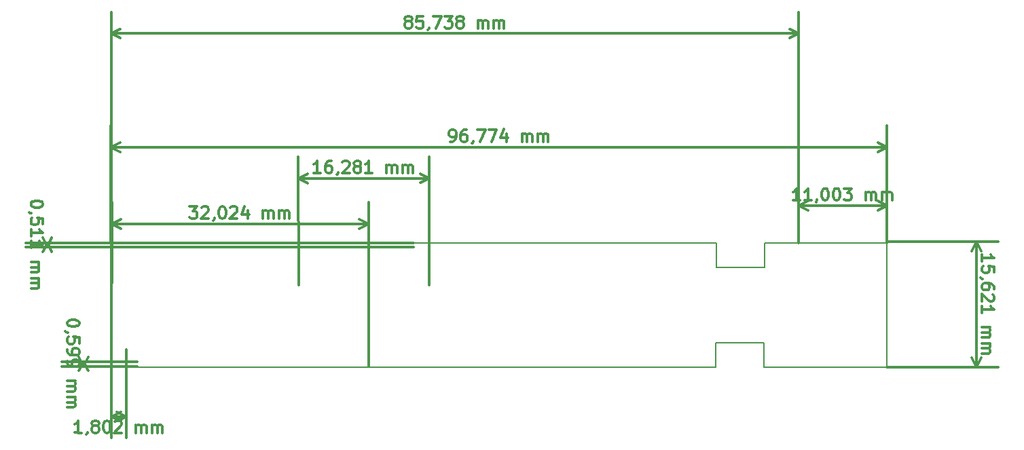
<source format=gbr>
G04 #@! TF.FileFunction,Drawing*
%FSLAX46Y46*%
G04 Gerber Fmt 4.6, Leading zero omitted, Abs format (unit mm)*
G04 Created by KiCad (PCBNEW 4.0.2+dfsg1-stable) date mer 10 ott 2018 09:07:00 CEST*
%MOMM*%
G01*
G04 APERTURE LIST*
%ADD10C,0.100000*%
%ADD11C,0.300000*%
%ADD12C,0.200000*%
G04 APERTURE END LIST*
D10*
D11*
X135255321Y-72314295D02*
X135112461Y-72242870D01*
X135041030Y-72171443D01*
X134969597Y-72028588D01*
X134969595Y-71957160D01*
X135041020Y-71814301D01*
X135112446Y-71742870D01*
X135255302Y-71671437D01*
X135541016Y-71671428D01*
X135683875Y-71742853D01*
X135755306Y-71814280D01*
X135826738Y-71957135D01*
X135826740Y-72028563D01*
X135755316Y-72171422D01*
X135683890Y-72242853D01*
X135541035Y-72314286D01*
X135255321Y-72314295D01*
X135112465Y-72385727D01*
X135041039Y-72457158D01*
X134969614Y-72600017D01*
X134969623Y-72885731D01*
X135041056Y-73028586D01*
X135112486Y-73100013D01*
X135255346Y-73171437D01*
X135541060Y-73171428D01*
X135683915Y-73099996D01*
X135755342Y-73028565D01*
X135826766Y-72885706D01*
X135826757Y-72599992D01*
X135755325Y-72457137D01*
X135683894Y-72385710D01*
X135541035Y-72314286D01*
X137183873Y-71671380D02*
X136469587Y-71671401D01*
X136398179Y-72385689D01*
X136469606Y-72314259D01*
X136612461Y-72242825D01*
X136969604Y-72242815D01*
X137112463Y-72314240D01*
X137183894Y-72385666D01*
X137255326Y-72528520D01*
X137255337Y-72885663D01*
X137183913Y-73028523D01*
X137112486Y-73099954D01*
X136969631Y-73171386D01*
X136612488Y-73171396D01*
X136469629Y-73099973D01*
X136398198Y-73028546D01*
X137969628Y-73099928D02*
X137969630Y-73171356D01*
X137898206Y-73314216D01*
X137826779Y-73385646D01*
X138469587Y-71671341D02*
X139469587Y-71671312D01*
X138826774Y-73171331D01*
X139898158Y-71671299D02*
X140826729Y-71671272D01*
X140326746Y-72242715D01*
X140541032Y-72242709D01*
X140683891Y-72314134D01*
X140755322Y-72385560D01*
X140826754Y-72528415D01*
X140826765Y-72885558D01*
X140755341Y-73028417D01*
X140683914Y-73099848D01*
X140541059Y-73171280D01*
X140112487Y-73171293D01*
X139969628Y-73099869D01*
X139898198Y-73028442D01*
X141683891Y-72314104D02*
X141541031Y-72242679D01*
X141469600Y-72171253D01*
X141398167Y-72028398D01*
X141398165Y-71956970D01*
X141469590Y-71814111D01*
X141541016Y-71742679D01*
X141683872Y-71671246D01*
X141969586Y-71671238D01*
X142112445Y-71742662D01*
X142183876Y-71814089D01*
X142255308Y-71956944D01*
X142255310Y-72028372D01*
X142183886Y-72171231D01*
X142112460Y-72242662D01*
X141969605Y-72314096D01*
X141683891Y-72314104D01*
X141541035Y-72385536D01*
X141469609Y-72456968D01*
X141398184Y-72599827D01*
X141398193Y-72885541D01*
X141469626Y-73028396D01*
X141541056Y-73099822D01*
X141683916Y-73171246D01*
X141969630Y-73171238D01*
X142112485Y-73099805D01*
X142183912Y-73028374D01*
X142255336Y-72885515D01*
X142255327Y-72599801D01*
X142183895Y-72456946D01*
X142112464Y-72385519D01*
X141969605Y-72314096D01*
X144041058Y-73171176D02*
X144041028Y-72171176D01*
X144041033Y-72314034D02*
X144112459Y-72242603D01*
X144255314Y-72171170D01*
X144469599Y-72171164D01*
X144612459Y-72242588D01*
X144683892Y-72385443D01*
X144683915Y-73171157D01*
X144683892Y-72385443D02*
X144755317Y-72242584D01*
X144898171Y-72171151D01*
X145112456Y-72171145D01*
X145255317Y-72242569D01*
X145326749Y-72385424D01*
X145326772Y-73171138D01*
X146041058Y-73171117D02*
X146041028Y-72171117D01*
X146041033Y-72313975D02*
X146112459Y-72242544D01*
X146255314Y-72171111D01*
X146469599Y-72171104D01*
X146612459Y-72242529D01*
X146683892Y-72385384D01*
X146683915Y-73171098D01*
X146683892Y-72385384D02*
X146755317Y-72242525D01*
X146898171Y-72171092D01*
X147112456Y-72171085D01*
X147255317Y-72242510D01*
X147326749Y-72385365D01*
X147326772Y-73171079D01*
X98315006Y-73843960D02*
X184052706Y-73841420D01*
X98315780Y-99974400D02*
X98315086Y-71143960D01*
X184053480Y-99971860D02*
X184052786Y-71141420D01*
X184052706Y-73841420D02*
X182926220Y-74427874D01*
X184052706Y-73841420D02*
X182926185Y-73255033D01*
X98315006Y-73843960D02*
X99441527Y-74430347D01*
X98315006Y-73843960D02*
X99441492Y-73257506D01*
D12*
X173690280Y-115443000D02*
X98295460Y-115443000D01*
X195072000Y-115443000D02*
X179682660Y-115443000D01*
X179682660Y-112410240D02*
X179682660Y-115443000D01*
X173692820Y-112410240D02*
X179682660Y-112410240D01*
X173692820Y-112410240D02*
X173692820Y-115437920D01*
X173776640Y-99949000D02*
X98298000Y-99949000D01*
X195072000Y-99949000D02*
X179778660Y-99949000D01*
X179778660Y-99949000D02*
X179778660Y-103047800D01*
X173776640Y-103047800D02*
X179778660Y-103047800D01*
X173776640Y-99949000D02*
X173776640Y-103047800D01*
D11*
X184205697Y-94660104D02*
X183348554Y-94660500D01*
X183777126Y-94660302D02*
X183776433Y-93160302D01*
X183633675Y-93374654D01*
X183490883Y-93517577D01*
X183348059Y-93589072D01*
X185634268Y-94659445D02*
X184777125Y-94659840D01*
X185205697Y-94659643D02*
X185205004Y-93159643D01*
X185062246Y-93373995D01*
X184919454Y-93516918D01*
X184776630Y-93588413D01*
X186348520Y-94587687D02*
X186348553Y-94659115D01*
X186277191Y-94802006D01*
X186205795Y-94873467D01*
X187276432Y-93158686D02*
X187419289Y-93158620D01*
X187562179Y-93229983D01*
X187633641Y-93301379D01*
X187705136Y-93444203D01*
X187776696Y-93729884D01*
X187776861Y-94087027D01*
X187705565Y-94372774D01*
X187634202Y-94515664D01*
X187562806Y-94587126D01*
X187419982Y-94658620D01*
X187277125Y-94658686D01*
X187134235Y-94587324D01*
X187062773Y-94515928D01*
X186991279Y-94373104D01*
X186919718Y-94087423D01*
X186919553Y-93730280D01*
X186990850Y-93444533D01*
X187062212Y-93301643D01*
X187133608Y-93230181D01*
X187276432Y-93158686D01*
X188705003Y-93158027D02*
X188847860Y-93157961D01*
X188990750Y-93229324D01*
X189062212Y-93300720D01*
X189133707Y-93443544D01*
X189205267Y-93729225D01*
X189205432Y-94086368D01*
X189134135Y-94372115D01*
X189062772Y-94515005D01*
X188991376Y-94586467D01*
X188848552Y-94657961D01*
X188705695Y-94658027D01*
X188562805Y-94586665D01*
X188491343Y-94515269D01*
X188419849Y-94372445D01*
X188348289Y-94086764D01*
X188348124Y-93729621D01*
X188419421Y-93443874D01*
X188490783Y-93300984D01*
X188562179Y-93229522D01*
X188705003Y-93158027D01*
X189705003Y-93157565D02*
X190633574Y-93157136D01*
X190133838Y-93728796D01*
X190348123Y-93728697D01*
X190491013Y-93800060D01*
X190562475Y-93871455D01*
X190633969Y-94014279D01*
X190634134Y-94371422D01*
X190562772Y-94514312D01*
X190491376Y-94585774D01*
X190348552Y-94657268D01*
X189919980Y-94657466D01*
X189777090Y-94586104D01*
X189705629Y-94514708D01*
X192419980Y-94656312D02*
X192419518Y-93656312D01*
X192419584Y-93799170D02*
X192490979Y-93727708D01*
X192633804Y-93656213D01*
X192848089Y-93656114D01*
X192990979Y-93727477D01*
X193062474Y-93870301D01*
X193062837Y-94656015D01*
X193062474Y-93870301D02*
X193133837Y-93727411D01*
X193276661Y-93655916D01*
X193490946Y-93655817D01*
X193633837Y-93727180D01*
X193705331Y-93870004D01*
X193705694Y-94655718D01*
X194419980Y-94655388D02*
X194419518Y-93655389D01*
X194419584Y-93798247D02*
X194490979Y-93726785D01*
X194633804Y-93655290D01*
X194848089Y-93655191D01*
X194990979Y-93726554D01*
X195062474Y-93869378D01*
X195062837Y-94655092D01*
X195062474Y-93869378D02*
X195133837Y-93726488D01*
X195276661Y-93654993D01*
X195490946Y-93654894D01*
X195633837Y-93726257D01*
X195705331Y-93869081D01*
X195705694Y-94654795D01*
X195064789Y-95326520D02*
X184061509Y-95331600D01*
X195066920Y-99941380D02*
X195063542Y-92626520D01*
X184063640Y-99946460D02*
X184060262Y-92631600D01*
X184061509Y-95331600D02*
X185187742Y-94744659D01*
X184061509Y-95331600D02*
X185188283Y-95917501D01*
X195064789Y-95326520D02*
X193938015Y-94740619D01*
X195064789Y-95326520D02*
X193938556Y-95913461D01*
X108126959Y-95433239D02*
X109055530Y-95433755D01*
X108555213Y-96004906D01*
X108769499Y-96005025D01*
X108912316Y-96076533D01*
X108983705Y-96148001D01*
X109055054Y-96290898D01*
X109054856Y-96648041D01*
X108983348Y-96790858D01*
X108911880Y-96862247D01*
X108768983Y-96933596D01*
X108340411Y-96933358D01*
X108197594Y-96861851D01*
X108126206Y-96790382D01*
X109626878Y-95576930D02*
X109698347Y-95505541D01*
X109841244Y-95434191D01*
X110198387Y-95434389D01*
X110341204Y-95505898D01*
X110412593Y-95577366D01*
X110483942Y-95720263D01*
X110483863Y-95863120D01*
X110412316Y-96077366D01*
X109554697Y-96934032D01*
X110483268Y-96934548D01*
X111197592Y-96863516D02*
X111197553Y-96934944D01*
X111126045Y-97077763D01*
X111054577Y-97149151D01*
X112126957Y-95435460D02*
X112269814Y-95435539D01*
X112412632Y-95507048D01*
X112484021Y-95578516D01*
X112555371Y-95721413D01*
X112626640Y-96007167D01*
X112626442Y-96364310D01*
X112554855Y-96649984D01*
X112483347Y-96792801D01*
X112411878Y-96864191D01*
X112268982Y-96935539D01*
X112126125Y-96935460D01*
X111983307Y-96863953D01*
X111911918Y-96792484D01*
X111840569Y-96649587D01*
X111769299Y-96363834D01*
X111769497Y-96006691D01*
X111841085Y-95721016D01*
X111912592Y-95578199D01*
X111984061Y-95506810D01*
X112126957Y-95435460D01*
X113198306Y-95578913D02*
X113269775Y-95507524D01*
X113412671Y-95436174D01*
X113769814Y-95436372D01*
X113912631Y-95507881D01*
X113984021Y-95579349D01*
X114055369Y-95722246D01*
X114055290Y-95865103D01*
X113983743Y-96079349D01*
X113126124Y-96936015D01*
X114054695Y-96936531D01*
X115340964Y-95937245D02*
X115340409Y-96937244D01*
X114984139Y-95365618D02*
X114626401Y-96436848D01*
X115554973Y-96437363D01*
X117268980Y-96938315D02*
X117269535Y-95938315D01*
X117269456Y-96081173D02*
X117340923Y-96009784D01*
X117483821Y-95938434D01*
X117698106Y-95938553D01*
X117840923Y-96010062D01*
X117912273Y-96152958D01*
X117911837Y-96938672D01*
X117912273Y-96152958D02*
X117983781Y-96010141D01*
X118126678Y-95938791D01*
X118340963Y-95938910D01*
X118483781Y-96010419D01*
X118555130Y-96153315D01*
X118554694Y-96939029D01*
X119268980Y-96939426D02*
X119269535Y-95939426D01*
X119269455Y-96082284D02*
X119340923Y-96010894D01*
X119483821Y-95939545D01*
X119698106Y-95939664D01*
X119840923Y-96011172D01*
X119912273Y-96154069D01*
X119911836Y-96939783D01*
X119912273Y-96154069D02*
X119983781Y-96011251D01*
X120126678Y-95939902D01*
X120340963Y-95940021D01*
X120483781Y-96011529D01*
X120555130Y-96154426D01*
X120554693Y-96940139D01*
X98399306Y-97599268D02*
X130423626Y-97617048D01*
X98389440Y-115369340D02*
X98400805Y-94899268D01*
X130413760Y-115387120D02*
X130425125Y-94917048D01*
X130423626Y-97617048D02*
X129296797Y-98202843D01*
X130423626Y-97617048D02*
X129297448Y-97030002D01*
X98399306Y-97599268D02*
X99525484Y-98186314D01*
X98399306Y-97599268D02*
X99526135Y-97013473D01*
X89831066Y-95058874D02*
X89831066Y-95201731D01*
X89759637Y-95344588D01*
X89688208Y-95416017D01*
X89545351Y-95487446D01*
X89259637Y-95558874D01*
X88902494Y-95558874D01*
X88616780Y-95487446D01*
X88473923Y-95416017D01*
X88402494Y-95344588D01*
X88331066Y-95201731D01*
X88331066Y-95058874D01*
X88402494Y-94916017D01*
X88473923Y-94844588D01*
X88616780Y-94773160D01*
X88902494Y-94701731D01*
X89259637Y-94701731D01*
X89545351Y-94773160D01*
X89688208Y-94844588D01*
X89759637Y-94916017D01*
X89831066Y-95058874D01*
X88402494Y-96273159D02*
X88331066Y-96273159D01*
X88188208Y-96201731D01*
X88116780Y-96130302D01*
X89831066Y-97630303D02*
X89831066Y-96916017D01*
X89116780Y-96844588D01*
X89188208Y-96916017D01*
X89259637Y-97058874D01*
X89259637Y-97416017D01*
X89188208Y-97558874D01*
X89116780Y-97630303D01*
X88973923Y-97701731D01*
X88616780Y-97701731D01*
X88473923Y-97630303D01*
X88402494Y-97558874D01*
X88331066Y-97416017D01*
X88331066Y-97058874D01*
X88402494Y-96916017D01*
X88473923Y-96844588D01*
X88331066Y-99130302D02*
X88331066Y-98273159D01*
X88331066Y-98701731D02*
X89831066Y-98701731D01*
X89616780Y-98558874D01*
X89473923Y-98416016D01*
X89402494Y-98273159D01*
X88331066Y-100558873D02*
X88331066Y-99701730D01*
X88331066Y-100130302D02*
X89831066Y-100130302D01*
X89616780Y-99987445D01*
X89473923Y-99844587D01*
X89402494Y-99701730D01*
X88331066Y-102344587D02*
X89331066Y-102344587D01*
X89188208Y-102344587D02*
X89259637Y-102416015D01*
X89331066Y-102558873D01*
X89331066Y-102773158D01*
X89259637Y-102916015D01*
X89116780Y-102987444D01*
X88331066Y-102987444D01*
X89116780Y-102987444D02*
X89259637Y-103058873D01*
X89331066Y-103201730D01*
X89331066Y-103416015D01*
X89259637Y-103558873D01*
X89116780Y-103630301D01*
X88331066Y-103630301D01*
X88331066Y-104344587D02*
X89331066Y-104344587D01*
X89188208Y-104344587D02*
X89259637Y-104416015D01*
X89331066Y-104558873D01*
X89331066Y-104773158D01*
X89259637Y-104916015D01*
X89116780Y-104987444D01*
X88331066Y-104987444D01*
X89116780Y-104987444D02*
X89259637Y-105058873D01*
X89331066Y-105201730D01*
X89331066Y-105416015D01*
X89259637Y-105558873D01*
X89116780Y-105630301D01*
X88331066Y-105630301D01*
X90359637Y-99946460D02*
X90359637Y-100457000D01*
X136055100Y-99946460D02*
X87659637Y-99946460D01*
X136055100Y-100457000D02*
X87659637Y-100457000D01*
X90359637Y-100457000D02*
X89773216Y-99330496D01*
X90359637Y-100457000D02*
X90946058Y-99330496D01*
X90359637Y-99946460D02*
X89773216Y-101072964D01*
X90359637Y-99946460D02*
X90946058Y-101072964D01*
X124465866Y-91234788D02*
X123608724Y-91236125D01*
X124037296Y-91235456D02*
X124034956Y-89735458D01*
X123892433Y-89949967D01*
X123749798Y-90093046D01*
X123607053Y-90164698D01*
X125749238Y-89732784D02*
X125463525Y-89733229D01*
X125320779Y-89804881D01*
X125249462Y-89876422D01*
X125106939Y-90090929D01*
X125035956Y-90376755D01*
X125036848Y-90948183D01*
X125108499Y-91090928D01*
X125180039Y-91162245D01*
X125323008Y-91233450D01*
X125608722Y-91233005D01*
X125751467Y-91161354D01*
X125822785Y-91089814D01*
X125893990Y-90946845D01*
X125893432Y-90589703D01*
X125821782Y-90446957D01*
X125750241Y-90375641D01*
X125607273Y-90304435D01*
X125321559Y-90304881D01*
X125178813Y-90376532D01*
X125107497Y-90448072D01*
X125036291Y-90591040D01*
X126608608Y-91160017D02*
X126608720Y-91231445D01*
X126537514Y-91374414D01*
X126466197Y-91445953D01*
X127178031Y-89873413D02*
X127249348Y-89801872D01*
X127392093Y-89730221D01*
X127749236Y-89729664D01*
X127892204Y-89800870D01*
X127963745Y-89872187D01*
X128035395Y-90014932D01*
X128035618Y-90157789D01*
X127964525Y-90372186D01*
X127108720Y-91230665D01*
X128037290Y-91229216D01*
X128893095Y-90370738D02*
X128750125Y-90299532D01*
X128678586Y-90228214D01*
X128606934Y-90085469D01*
X128606823Y-90014041D01*
X128678029Y-89871073D01*
X128749345Y-89799532D01*
X128892092Y-89727881D01*
X129177805Y-89727435D01*
X129320774Y-89798641D01*
X129392314Y-89869958D01*
X129463965Y-90012704D01*
X129464076Y-90084132D01*
X129392871Y-90227100D01*
X129321554Y-90298640D01*
X129178808Y-90370292D01*
X128893095Y-90370738D01*
X128750348Y-90442389D01*
X128679032Y-90513929D01*
X128607826Y-90656897D01*
X128608271Y-90942611D01*
X128679923Y-91085356D01*
X128751462Y-91156674D01*
X128894432Y-91227879D01*
X129180145Y-91227433D01*
X129322891Y-91155782D01*
X129394208Y-91084242D01*
X129465413Y-90941274D01*
X129464968Y-90655560D01*
X129393317Y-90512815D01*
X129321776Y-90441497D01*
X129178808Y-90370292D01*
X130894428Y-91224759D02*
X130037286Y-91226096D01*
X130465858Y-91225427D02*
X130463518Y-89725429D01*
X130320995Y-89939938D01*
X130178360Y-90083017D01*
X130035615Y-90154669D01*
X132680140Y-91221973D02*
X132678580Y-90221974D01*
X132678803Y-90364832D02*
X132750119Y-90293292D01*
X132892866Y-90221640D01*
X133107151Y-90221305D01*
X133250119Y-90292512D01*
X133321771Y-90435257D01*
X133322996Y-91220970D01*
X133321771Y-90435257D02*
X133392977Y-90292289D01*
X133535722Y-90220637D01*
X133750007Y-90220303D01*
X133892976Y-90291509D01*
X133964627Y-90434254D01*
X133965853Y-91219967D01*
X134680138Y-91218853D02*
X134678578Y-90218854D01*
X134678801Y-90361712D02*
X134750117Y-90290171D01*
X134892863Y-90218520D01*
X135107148Y-90218185D01*
X135250116Y-90289391D01*
X135321768Y-90432137D01*
X135322994Y-91217850D01*
X135321768Y-90432137D02*
X135392974Y-90289169D01*
X135535720Y-90217517D01*
X135750004Y-90217182D01*
X135892974Y-90288389D01*
X135964624Y-90431134D01*
X135965850Y-91216847D01*
X121683349Y-91910559D02*
X137964749Y-91885159D01*
X121704100Y-105211880D02*
X121679137Y-89210562D01*
X137985500Y-105186480D02*
X137960537Y-89185162D01*
X137964749Y-91885159D02*
X136839161Y-92473336D01*
X137964749Y-91885159D02*
X136837332Y-91300496D01*
X121683349Y-91910559D02*
X122810766Y-92495222D01*
X121683349Y-91910559D02*
X122808937Y-91322382D01*
X94653245Y-123631477D02*
X93796102Y-123631422D01*
X94224674Y-123631449D02*
X94224769Y-122131449D01*
X94081899Y-122345726D01*
X93939032Y-122488574D01*
X93796170Y-122559994D01*
X95367534Y-123560094D02*
X95367530Y-123631522D01*
X95296093Y-123774376D01*
X95224659Y-123845799D01*
X96224728Y-122774435D02*
X96081875Y-122702997D01*
X96010452Y-122631563D01*
X95939032Y-122488702D01*
X95939036Y-122417274D01*
X96010474Y-122274421D01*
X96081907Y-122202997D01*
X96224769Y-122131577D01*
X96510483Y-122131595D01*
X96653336Y-122203033D01*
X96724760Y-122274467D01*
X96796179Y-122417328D01*
X96796175Y-122488756D01*
X96724738Y-122631609D01*
X96653304Y-122703033D01*
X96510442Y-122774453D01*
X96224728Y-122774435D01*
X96081866Y-122845854D01*
X96010433Y-122917278D01*
X95938995Y-123060131D01*
X95938977Y-123345845D01*
X96010397Y-123488706D01*
X96081820Y-123560140D01*
X96224674Y-123631577D01*
X96510388Y-123631595D01*
X96653249Y-123560176D01*
X96724683Y-123488752D01*
X96796120Y-123345899D01*
X96796138Y-123060185D01*
X96724719Y-122917324D01*
X96653295Y-122845890D01*
X96510442Y-122774453D01*
X97724768Y-122131673D02*
X97867625Y-122131682D01*
X98010478Y-122203120D01*
X98081902Y-122274554D01*
X98153322Y-122417415D01*
X98224732Y-122703134D01*
X98224709Y-123060277D01*
X98153263Y-123345986D01*
X98081825Y-123488839D01*
X98010391Y-123560263D01*
X97867530Y-123631682D01*
X97724673Y-123631673D01*
X97581820Y-123560236D01*
X97510396Y-123488802D01*
X97438977Y-123345940D01*
X97367566Y-123060222D01*
X97367589Y-122703079D01*
X97439036Y-122417370D01*
X97510473Y-122274517D01*
X97581907Y-122203093D01*
X97724768Y-122131673D01*
X98796187Y-122274599D02*
X98867621Y-122203175D01*
X99010482Y-122131755D01*
X99367625Y-122131778D01*
X99510478Y-122203216D01*
X99581902Y-122274649D01*
X99653321Y-122417511D01*
X99653312Y-122560368D01*
X99581870Y-122774649D01*
X98724673Y-123631737D01*
X99653244Y-123631796D01*
X101438958Y-123631910D02*
X101439022Y-122631910D01*
X101439012Y-122774768D02*
X101510445Y-122703343D01*
X101653308Y-122631923D01*
X101867593Y-122631937D01*
X102010445Y-122703375D01*
X102081865Y-122846237D01*
X102081815Y-123631951D01*
X102081865Y-122846237D02*
X102153303Y-122703384D01*
X102296165Y-122631964D01*
X102510450Y-122631978D01*
X102653303Y-122703416D01*
X102724722Y-122846278D01*
X102724672Y-123631992D01*
X103438958Y-123632037D02*
X103439022Y-122632037D01*
X103439012Y-122774895D02*
X103510445Y-122703471D01*
X103653308Y-122632051D01*
X103867593Y-122632065D01*
X104010445Y-122703503D01*
X104081865Y-122846364D01*
X104081815Y-123632078D01*
X104081865Y-122846364D02*
X104153303Y-122703512D01*
X104296164Y-122632092D01*
X104510449Y-122632106D01*
X104653303Y-122703544D01*
X104724722Y-122846405D01*
X104724672Y-123632119D01*
X98395073Y-121603145D02*
X100197387Y-121603260D01*
X98395606Y-113253405D02*
X98394901Y-124303145D01*
X100197920Y-113253520D02*
X100197215Y-124303260D01*
X100197387Y-121603260D02*
X99070846Y-122189609D01*
X100197387Y-121603260D02*
X99070921Y-121016767D01*
X98395073Y-121603145D02*
X99521539Y-122189638D01*
X98395073Y-121603145D02*
X99521614Y-121016796D01*
X94351164Y-109899757D02*
X94351164Y-110042614D01*
X94279735Y-110185471D01*
X94208306Y-110256900D01*
X94065449Y-110328329D01*
X93779735Y-110399757D01*
X93422592Y-110399757D01*
X93136878Y-110328329D01*
X92994021Y-110256900D01*
X92922592Y-110185471D01*
X92851164Y-110042614D01*
X92851164Y-109899757D01*
X92922592Y-109756900D01*
X92994021Y-109685471D01*
X93136878Y-109614043D01*
X93422592Y-109542614D01*
X93779735Y-109542614D01*
X94065449Y-109614043D01*
X94208306Y-109685471D01*
X94279735Y-109756900D01*
X94351164Y-109899757D01*
X92922592Y-111114042D02*
X92851164Y-111114042D01*
X92708306Y-111042614D01*
X92636878Y-110971185D01*
X94351164Y-112471186D02*
X94351164Y-111756900D01*
X93636878Y-111685471D01*
X93708306Y-111756900D01*
X93779735Y-111899757D01*
X93779735Y-112256900D01*
X93708306Y-112399757D01*
X93636878Y-112471186D01*
X93494021Y-112542614D01*
X93136878Y-112542614D01*
X92994021Y-112471186D01*
X92922592Y-112399757D01*
X92851164Y-112256900D01*
X92851164Y-111899757D01*
X92922592Y-111756900D01*
X92994021Y-111685471D01*
X92851164Y-113256899D02*
X92851164Y-113542614D01*
X92922592Y-113685471D01*
X92994021Y-113756899D01*
X93208306Y-113899757D01*
X93494021Y-113971185D01*
X94065449Y-113971185D01*
X94208306Y-113899757D01*
X94279735Y-113828328D01*
X94351164Y-113685471D01*
X94351164Y-113399757D01*
X94279735Y-113256899D01*
X94208306Y-113185471D01*
X94065449Y-113114042D01*
X93708306Y-113114042D01*
X93565449Y-113185471D01*
X93494021Y-113256899D01*
X93422592Y-113399757D01*
X93422592Y-113685471D01*
X93494021Y-113828328D01*
X93565449Y-113899757D01*
X93708306Y-113971185D01*
X92851164Y-114685470D02*
X92851164Y-114971185D01*
X92922592Y-115114042D01*
X92994021Y-115185470D01*
X93208306Y-115328328D01*
X93494021Y-115399756D01*
X94065449Y-115399756D01*
X94208306Y-115328328D01*
X94279735Y-115256899D01*
X94351164Y-115114042D01*
X94351164Y-114828328D01*
X94279735Y-114685470D01*
X94208306Y-114614042D01*
X94065449Y-114542613D01*
X93708306Y-114542613D01*
X93565449Y-114614042D01*
X93494021Y-114685470D01*
X93422592Y-114828328D01*
X93422592Y-115114042D01*
X93494021Y-115256899D01*
X93565449Y-115328328D01*
X93708306Y-115399756D01*
X92851164Y-117185470D02*
X93851164Y-117185470D01*
X93708306Y-117185470D02*
X93779735Y-117256898D01*
X93851164Y-117399756D01*
X93851164Y-117614041D01*
X93779735Y-117756898D01*
X93636878Y-117828327D01*
X92851164Y-117828327D01*
X93636878Y-117828327D02*
X93779735Y-117899756D01*
X93851164Y-118042613D01*
X93851164Y-118256898D01*
X93779735Y-118399756D01*
X93636878Y-118471184D01*
X92851164Y-118471184D01*
X92851164Y-119185470D02*
X93851164Y-119185470D01*
X93708306Y-119185470D02*
X93779735Y-119256898D01*
X93851164Y-119399756D01*
X93851164Y-119614041D01*
X93779735Y-119756898D01*
X93636878Y-119828327D01*
X92851164Y-119828327D01*
X93636878Y-119828327D02*
X93779735Y-119899756D01*
X93851164Y-120042613D01*
X93851164Y-120256898D01*
X93779735Y-120399756D01*
X93636878Y-120471184D01*
X92851164Y-120471184D01*
X94879735Y-114742893D02*
X94879735Y-115342333D01*
X101614117Y-114742893D02*
X92179735Y-114742893D01*
X101614117Y-115342333D02*
X92179735Y-115342333D01*
X94879735Y-115342333D02*
X94293314Y-114215829D01*
X94879735Y-115342333D02*
X95466156Y-114215829D01*
X94879735Y-114742893D02*
X94293314Y-115869397D01*
X94879735Y-114742893D02*
X95466156Y-115869397D01*
X206919059Y-102275358D02*
X206919059Y-101418215D01*
X206919059Y-101846787D02*
X208419059Y-101846787D01*
X208204773Y-101703930D01*
X208061916Y-101561072D01*
X207990487Y-101418215D01*
X208419059Y-103632501D02*
X208419059Y-102918215D01*
X207704773Y-102846786D01*
X207776201Y-102918215D01*
X207847630Y-103061072D01*
X207847630Y-103418215D01*
X207776201Y-103561072D01*
X207704773Y-103632501D01*
X207561916Y-103703929D01*
X207204773Y-103703929D01*
X207061916Y-103632501D01*
X206990487Y-103561072D01*
X206919059Y-103418215D01*
X206919059Y-103061072D01*
X206990487Y-102918215D01*
X207061916Y-102846786D01*
X206990487Y-104418214D02*
X206919059Y-104418214D01*
X206776201Y-104346786D01*
X206704773Y-104275357D01*
X208419059Y-105703929D02*
X208419059Y-105418215D01*
X208347630Y-105275358D01*
X208276201Y-105203929D01*
X208061916Y-105061072D01*
X207776201Y-104989643D01*
X207204773Y-104989643D01*
X207061916Y-105061072D01*
X206990487Y-105132500D01*
X206919059Y-105275358D01*
X206919059Y-105561072D01*
X206990487Y-105703929D01*
X207061916Y-105775358D01*
X207204773Y-105846786D01*
X207561916Y-105846786D01*
X207704773Y-105775358D01*
X207776201Y-105703929D01*
X207847630Y-105561072D01*
X207847630Y-105275358D01*
X207776201Y-105132500D01*
X207704773Y-105061072D01*
X207561916Y-104989643D01*
X208276201Y-106418214D02*
X208347630Y-106489643D01*
X208419059Y-106632500D01*
X208419059Y-106989643D01*
X208347630Y-107132500D01*
X208276201Y-107203929D01*
X208133344Y-107275357D01*
X207990487Y-107275357D01*
X207776201Y-107203929D01*
X206919059Y-106346786D01*
X206919059Y-107275357D01*
X206919059Y-108703928D02*
X206919059Y-107846785D01*
X206919059Y-108275357D02*
X208419059Y-108275357D01*
X208204773Y-108132500D01*
X208061916Y-107989642D01*
X207990487Y-107846785D01*
X206919059Y-110489642D02*
X207919059Y-110489642D01*
X207776201Y-110489642D02*
X207847630Y-110561070D01*
X207919059Y-110703928D01*
X207919059Y-110918213D01*
X207847630Y-111061070D01*
X207704773Y-111132499D01*
X206919059Y-111132499D01*
X207704773Y-111132499D02*
X207847630Y-111203928D01*
X207919059Y-111346785D01*
X207919059Y-111561070D01*
X207847630Y-111703928D01*
X207704773Y-111775356D01*
X206919059Y-111775356D01*
X206919059Y-112489642D02*
X207919059Y-112489642D01*
X207776201Y-112489642D02*
X207847630Y-112561070D01*
X207919059Y-112703928D01*
X207919059Y-112918213D01*
X207847630Y-113061070D01*
X207704773Y-113132499D01*
X206919059Y-113132499D01*
X207704773Y-113132499D02*
X207847630Y-113203928D01*
X207919059Y-113346785D01*
X207919059Y-113561070D01*
X207847630Y-113703928D01*
X207704773Y-113775356D01*
X206919059Y-113775356D01*
X206247630Y-99822000D02*
X206247630Y-115443000D01*
X195072000Y-99822000D02*
X208947630Y-99822000D01*
X195072000Y-115443000D02*
X208947630Y-115443000D01*
X206247630Y-115443000D02*
X205661209Y-114316496D01*
X206247630Y-115443000D02*
X206834051Y-114316496D01*
X206247630Y-99822000D02*
X205661209Y-100948504D01*
X206247630Y-99822000D02*
X206834051Y-100948504D01*
D12*
X98298000Y-115443000D02*
X98298000Y-99949000D01*
X195072000Y-99949000D02*
X195072000Y-115443000D01*
D11*
X140613572Y-87339571D02*
X140899287Y-87339571D01*
X141042144Y-87268143D01*
X141113572Y-87196714D01*
X141256430Y-86982429D01*
X141327858Y-86696714D01*
X141327858Y-86125286D01*
X141256430Y-85982429D01*
X141185001Y-85911000D01*
X141042144Y-85839571D01*
X140756430Y-85839571D01*
X140613572Y-85911000D01*
X140542144Y-85982429D01*
X140470715Y-86125286D01*
X140470715Y-86482429D01*
X140542144Y-86625286D01*
X140613572Y-86696714D01*
X140756430Y-86768143D01*
X141042144Y-86768143D01*
X141185001Y-86696714D01*
X141256430Y-86625286D01*
X141327858Y-86482429D01*
X142613572Y-85839571D02*
X142327858Y-85839571D01*
X142185001Y-85911000D01*
X142113572Y-85982429D01*
X141970715Y-86196714D01*
X141899286Y-86482429D01*
X141899286Y-87053857D01*
X141970715Y-87196714D01*
X142042143Y-87268143D01*
X142185001Y-87339571D01*
X142470715Y-87339571D01*
X142613572Y-87268143D01*
X142685001Y-87196714D01*
X142756429Y-87053857D01*
X142756429Y-86696714D01*
X142685001Y-86553857D01*
X142613572Y-86482429D01*
X142470715Y-86411000D01*
X142185001Y-86411000D01*
X142042143Y-86482429D01*
X141970715Y-86553857D01*
X141899286Y-86696714D01*
X143470714Y-87268143D02*
X143470714Y-87339571D01*
X143399286Y-87482429D01*
X143327857Y-87553857D01*
X143970715Y-85839571D02*
X144970715Y-85839571D01*
X144327858Y-87339571D01*
X145399286Y-85839571D02*
X146399286Y-85839571D01*
X145756429Y-87339571D01*
X147613571Y-86339571D02*
X147613571Y-87339571D01*
X147256428Y-85768143D02*
X146899285Y-86839571D01*
X147827857Y-86839571D01*
X149542142Y-87339571D02*
X149542142Y-86339571D01*
X149542142Y-86482429D02*
X149613570Y-86411000D01*
X149756428Y-86339571D01*
X149970713Y-86339571D01*
X150113570Y-86411000D01*
X150184999Y-86553857D01*
X150184999Y-87339571D01*
X150184999Y-86553857D02*
X150256428Y-86411000D01*
X150399285Y-86339571D01*
X150613570Y-86339571D01*
X150756428Y-86411000D01*
X150827856Y-86553857D01*
X150827856Y-87339571D01*
X151542142Y-87339571D02*
X151542142Y-86339571D01*
X151542142Y-86482429D02*
X151613570Y-86411000D01*
X151756428Y-86339571D01*
X151970713Y-86339571D01*
X152113570Y-86411000D01*
X152184999Y-86553857D01*
X152184999Y-87339571D01*
X152184999Y-86553857D02*
X152256428Y-86411000D01*
X152399285Y-86339571D01*
X152613570Y-86339571D01*
X152756428Y-86411000D01*
X152827856Y-86553857D01*
X152827856Y-87339571D01*
X98298000Y-88011000D02*
X195072000Y-88011000D01*
X98298000Y-99949000D02*
X98298000Y-85311000D01*
X195072000Y-99949000D02*
X195072000Y-85311000D01*
X195072000Y-88011000D02*
X193945496Y-88597421D01*
X195072000Y-88011000D02*
X193945496Y-87424579D01*
X98298000Y-88011000D02*
X99424504Y-88597421D01*
X98298000Y-88011000D02*
X99424504Y-87424579D01*
M02*

</source>
